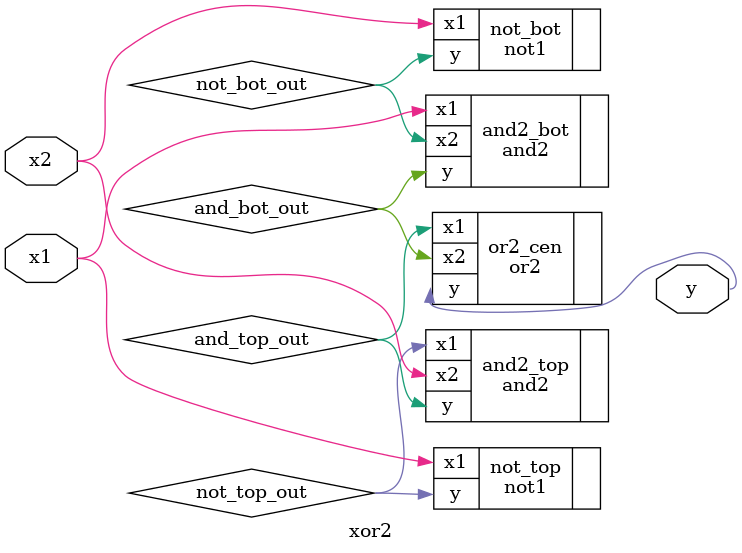
<source format=v>
`timescale 1ns / 1ps


module xor2(
    input x1,
    input x2,
    output y
    );
    
    wire not_top_out; 
    wire not_bot_out;
    wire and_top_out; 
    wire and_bot_out; 
    
    
    not1 not_top(
        .x1(x1),
        .y(not_top_out)
    );
    
    not1 not_bot(
        .x1(x2),
        .y(not_bot_out)
    );
    
    and2 and2_top (
        .x1(not_top_out),
        .x2(x2),
        .y(and_top_out)
    );
    
    and2 and2_bot (
        .x1(x1),
        .x2(not_bot_out),
        .y(and_bot_out)
    );
    
    or2 or2_cen (
        .x1(and_top_out),
        .x2(and_bot_out),
        .y(y)
    );
endmodule

</source>
